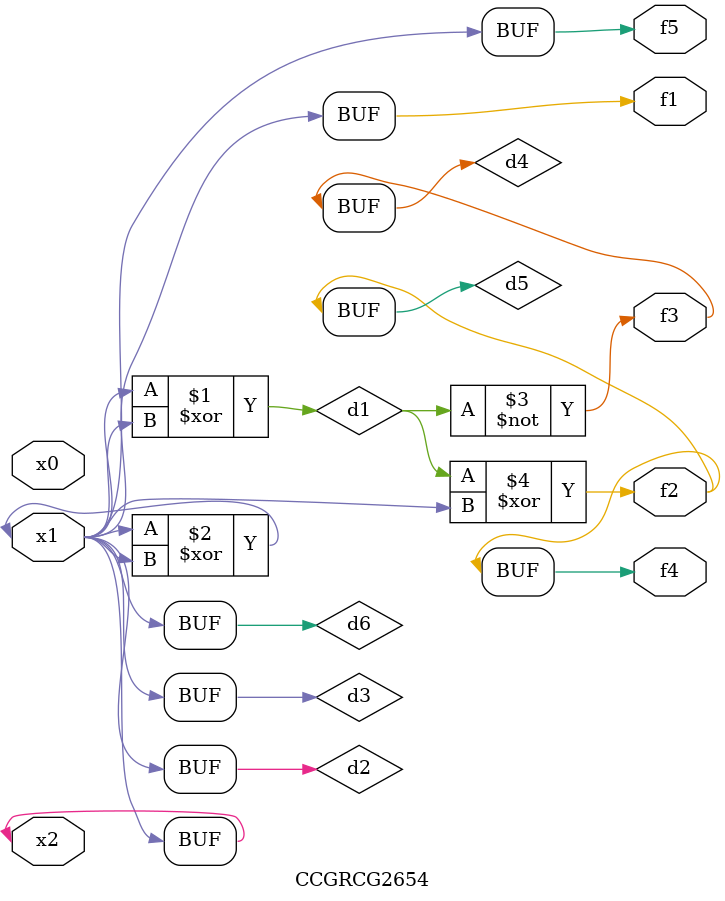
<source format=v>
module CCGRCG2654(
	input x0, x1, x2,
	output f1, f2, f3, f4, f5
);

	wire d1, d2, d3, d4, d5, d6;

	xor (d1, x1, x2);
	buf (d2, x1, x2);
	xor (d3, x1, x2);
	nor (d4, d1);
	xor (d5, d1, d2);
	buf (d6, d2, d3);
	assign f1 = d6;
	assign f2 = d5;
	assign f3 = d4;
	assign f4 = d5;
	assign f5 = d6;
endmodule

</source>
